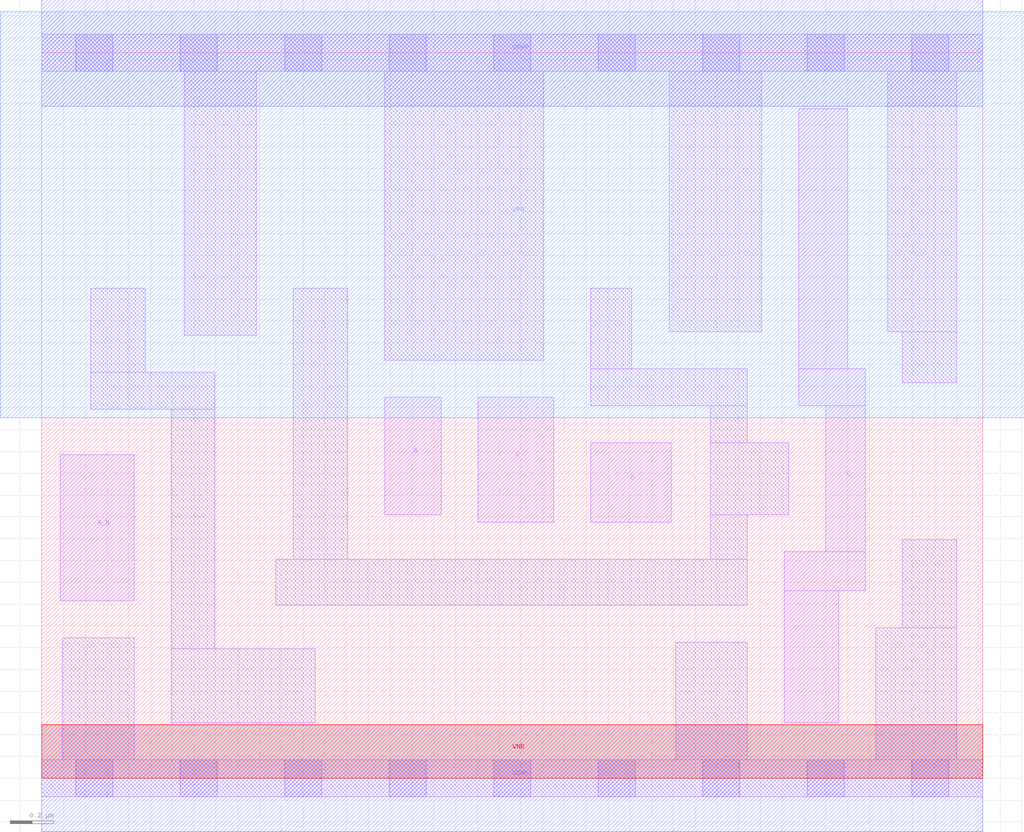
<source format=lef>
# Copyright 2020 The SkyWater PDK Authors
#
# Licensed under the Apache License, Version 2.0 (the "License");
# you may not use this file except in compliance with the License.
# You may obtain a copy of the License at
#
#     https://www.apache.org/licenses/LICENSE-2.0
#
# Unless required by applicable law or agreed to in writing, software
# distributed under the License is distributed on an "AS IS" BASIS,
# WITHOUT WARRANTIES OR CONDITIONS OF ANY KIND, either express or implied.
# See the License for the specific language governing permissions and
# limitations under the License.
#
# SPDX-License-Identifier: Apache-2.0

VERSION 5.7 ;
  NOWIREEXTENSIONATPIN ON ;
  DIVIDERCHAR "/" ;
  BUSBITCHARS "[]" ;
MACRO sky130_fd_sc_lp__and4b_2
  CLASS CORE ;
  FOREIGN sky130_fd_sc_lp__and4b_2 ;
  ORIGIN  0.000000  0.000000 ;
  SIZE  4.320000 BY  3.330000 ;
  SYMMETRY X Y R90 ;
  SITE unit ;
  PIN A_N
    ANTENNAGATEAREA  0.126000 ;
    DIRECTION INPUT ;
    USE SIGNAL ;
    PORT
      LAYER li1 ;
        RECT 0.085000 0.815000 0.425000 1.485000 ;
    END
  END A_N
  PIN B
    ANTENNAGATEAREA  0.126000 ;
    DIRECTION INPUT ;
    USE SIGNAL ;
    PORT
      LAYER li1 ;
        RECT 1.575000 1.210000 1.835000 1.750000 ;
    END
  END B
  PIN C
    ANTENNAGATEAREA  0.126000 ;
    DIRECTION INPUT ;
    USE SIGNAL ;
    PORT
      LAYER li1 ;
        RECT 2.005000 1.175000 2.350000 1.750000 ;
    END
  END C
  PIN D
    ANTENNAGATEAREA  0.126000 ;
    DIRECTION INPUT ;
    USE SIGNAL ;
    PORT
      LAYER li1 ;
        RECT 2.520000 1.175000 2.890000 1.540000 ;
    END
  END D
  PIN X
    ANTENNADIFFAREA  0.588000 ;
    DIRECTION OUTPUT ;
    USE SIGNAL ;
    PORT
      LAYER li1 ;
        RECT 3.410000 0.255000 3.660000 0.860000 ;
        RECT 3.410000 0.860000 3.780000 1.040000 ;
        RECT 3.475000 1.710000 3.780000 1.880000 ;
        RECT 3.475000 1.880000 3.700000 3.075000 ;
        RECT 3.600000 1.040000 3.780000 1.710000 ;
    END
  END X
  PIN VGND
    DIRECTION INOUT ;
    USE GROUND ;
    PORT
      LAYER met1 ;
        RECT 0.000000 -0.245000 4.320000 0.245000 ;
    END
  END VGND
  PIN VNB
    DIRECTION INOUT ;
    USE GROUND ;
    PORT
      LAYER pwell ;
        RECT 0.000000 0.000000 4.320000 0.245000 ;
    END
  END VNB
  PIN VPB
    DIRECTION INOUT ;
    USE POWER ;
    PORT
      LAYER nwell ;
        RECT -0.190000 1.655000 4.510000 3.520000 ;
    END
  END VPB
  PIN VPWR
    DIRECTION INOUT ;
    USE POWER ;
    PORT
      LAYER met1 ;
        RECT 0.000000 3.085000 4.320000 3.575000 ;
    END
  END VPWR
  OBS
    LAYER li1 ;
      RECT 0.000000 -0.085000 4.320000 0.085000 ;
      RECT 0.000000  3.245000 4.320000 3.415000 ;
      RECT 0.095000  0.085000 0.425000 0.645000 ;
      RECT 0.225000  1.695000 0.795000 1.865000 ;
      RECT 0.225000  1.865000 0.475000 2.250000 ;
      RECT 0.595000  0.255000 1.255000 0.595000 ;
      RECT 0.595000  0.595000 0.795000 1.695000 ;
      RECT 0.655000  2.035000 0.985000 3.245000 ;
      RECT 1.075000  0.795000 3.240000 1.005000 ;
      RECT 1.155000  1.005000 1.405000 2.250000 ;
      RECT 1.575000  1.920000 2.305000 3.245000 ;
      RECT 2.520000  1.710000 3.240000 1.880000 ;
      RECT 2.520000  1.880000 2.710000 2.250000 ;
      RECT 2.880000  2.050000 3.305000 3.245000 ;
      RECT 2.910000  0.085000 3.240000 0.625000 ;
      RECT 3.070000  1.005000 3.240000 1.210000 ;
      RECT 3.070000  1.210000 3.430000 1.540000 ;
      RECT 3.070000  1.540000 3.240000 1.710000 ;
      RECT 3.830000  0.085000 4.200000 0.690000 ;
      RECT 3.885000  2.050000 4.200000 3.245000 ;
      RECT 3.950000  0.690000 4.200000 1.095000 ;
      RECT 3.950000  1.815000 4.200000 2.050000 ;
    LAYER mcon ;
      RECT 0.155000 -0.085000 0.325000 0.085000 ;
      RECT 0.155000  3.245000 0.325000 3.415000 ;
      RECT 0.635000 -0.085000 0.805000 0.085000 ;
      RECT 0.635000  3.245000 0.805000 3.415000 ;
      RECT 1.115000 -0.085000 1.285000 0.085000 ;
      RECT 1.115000  3.245000 1.285000 3.415000 ;
      RECT 1.595000 -0.085000 1.765000 0.085000 ;
      RECT 1.595000  3.245000 1.765000 3.415000 ;
      RECT 2.075000 -0.085000 2.245000 0.085000 ;
      RECT 2.075000  3.245000 2.245000 3.415000 ;
      RECT 2.555000 -0.085000 2.725000 0.085000 ;
      RECT 2.555000  3.245000 2.725000 3.415000 ;
      RECT 3.035000 -0.085000 3.205000 0.085000 ;
      RECT 3.035000  3.245000 3.205000 3.415000 ;
      RECT 3.515000 -0.085000 3.685000 0.085000 ;
      RECT 3.515000  3.245000 3.685000 3.415000 ;
      RECT 3.995000 -0.085000 4.165000 0.085000 ;
      RECT 3.995000  3.245000 4.165000 3.415000 ;
  END
END sky130_fd_sc_lp__and4b_2
END LIBRARY

</source>
